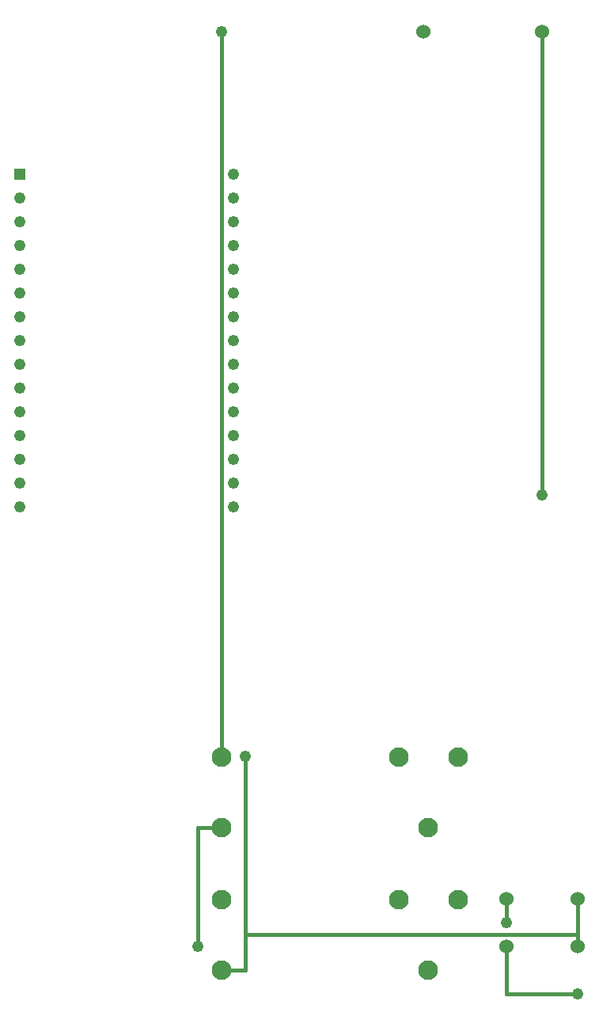
<source format=gbr>
G04 EasyPC Gerber Version 21.0.3 Build 4286 *
G04 #@! TF.Part,Single*
G04 #@! TF.FileFunction,Copper,L2,Bot *
G04 #@! TF.FilePolarity,Positive *
%FSLAX35Y35*%
%MOIN*%
G04 #@! TA.AperFunction,ComponentPad*
%ADD29R,0.04862X0.04862*%
G04 #@! TD.AperFunction*
%ADD16C,0.01500*%
G04 #@! TA.AperFunction,ViaPad*
%ADD21C,0.04800*%
G04 #@! TA.AperFunction,ComponentPad*
%ADD72C,0.04862*%
G04 #@! TA.AperFunction,WasherPad*
%ADD13C,0.06000*%
G04 #@! TA.AperFunction,ComponentPad*
%ADD75C,0.08268*%
X0Y0D02*
D02*
D13*
X275250Y455250D03*
X310250Y70250D03*
Y90250D03*
X325250Y455250D03*
X340250Y70250D03*
Y90250D03*
D02*
D16*
X180250Y70250D02*
Y120250D01*
X190250*
Y455250D02*
Y150014D01*
X200250Y75250D02*
Y60250D01*
X190250*
X200250Y75250D02*
X340250D01*
X200250D02*
Y150250D01*
X310250Y80250D02*
Y90250D01*
X325250Y260250D02*
Y455250D01*
X340250Y50250D02*
X310250D01*
Y70250*
X340250Y75250D02*
Y70250D01*
Y75250D02*
Y90250D01*
D02*
D21*
X180250Y70250D03*
X190250Y455250D03*
X200250Y150250D03*
X310250Y80250D03*
X325250Y260250D03*
X340250Y50250D03*
D02*
D29*
X105250Y395250D03*
D02*
D72*
Y255250D03*
Y265250D03*
Y275250D03*
Y285250D03*
Y295250D03*
Y305250D03*
Y315250D03*
Y325250D03*
Y335250D03*
Y345250D03*
Y355250D03*
Y365250D03*
Y375250D03*
Y385250D03*
X195250Y255250D03*
Y265250D03*
Y275250D03*
Y285250D03*
Y295250D03*
Y305250D03*
Y315250D03*
Y325250D03*
Y335250D03*
Y345250D03*
Y355250D03*
Y365250D03*
Y375250D03*
Y385250D03*
Y395250D03*
D02*
D75*
X190250Y60250D03*
Y90014D03*
Y120250D03*
Y150014D03*
X264659Y90014D03*
Y150014D03*
X277258Y60250D03*
Y120250D03*
X289856Y90014D03*
Y150014D03*
X0Y0D02*
M02*

</source>
